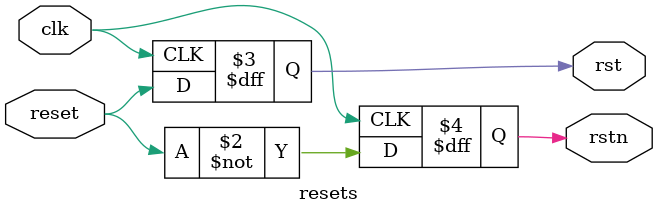
<source format=v>
`timescale 1ns / 1ps


module resets(
(* X_INTERFACE_PARAMETER = "POLARITY ACTIVE_HIGH" *)  
    input   reset,
    
(* X_INTERFACE_PARAMETER = "POLARITY ACTIVE_HIGH" *)  
(* ASYNC_REG = "TRUE" *)
    output reg rst,

(* X_INTERFACE_PARAMETER = "POLARITY ACTIVE_LOW" *)  
(* ASYNC_REG = "TRUE" *)
    output reg rstn,

(* X_INTERFACE_INFO = "xilinx.com:signal:clock:1.0 clk CLK" *)
(* X_INTERFACE_PARAMETER = "ASSOCIATED_RESET rst:rstn" *)
    input clk
);
    
    always @(posedge clk)
    begin
        rst  <=  reset;
        rstn <= ~reset;
    end
    
endmodule


</source>
